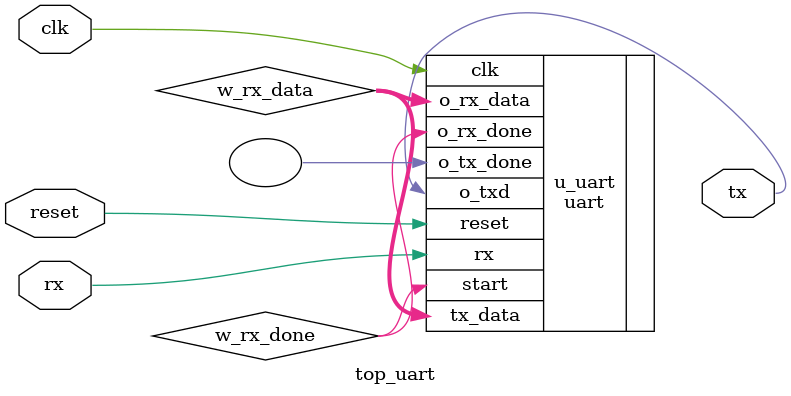
<source format=v>
`timescale 1ns / 1ps

module top_uart(
    input clk,
    input reset,
    input rx,
    output tx
    );

    wire w_rx_done;
    wire [7:0] w_rx_data;

    uart u_uart(
        // globla signal
        .clk(clk),
        .reset(reset),
        // tx signal
        .start(w_rx_done),
        .tx_data(w_rx_data),
        .o_txd(tx),
        .o_tx_done(), // no connect
        // rx signal
        .rx(rx),
        .o_rx_data(w_rx_data),
        .o_rx_done(w_rx_done)
    );
endmodule

</source>
